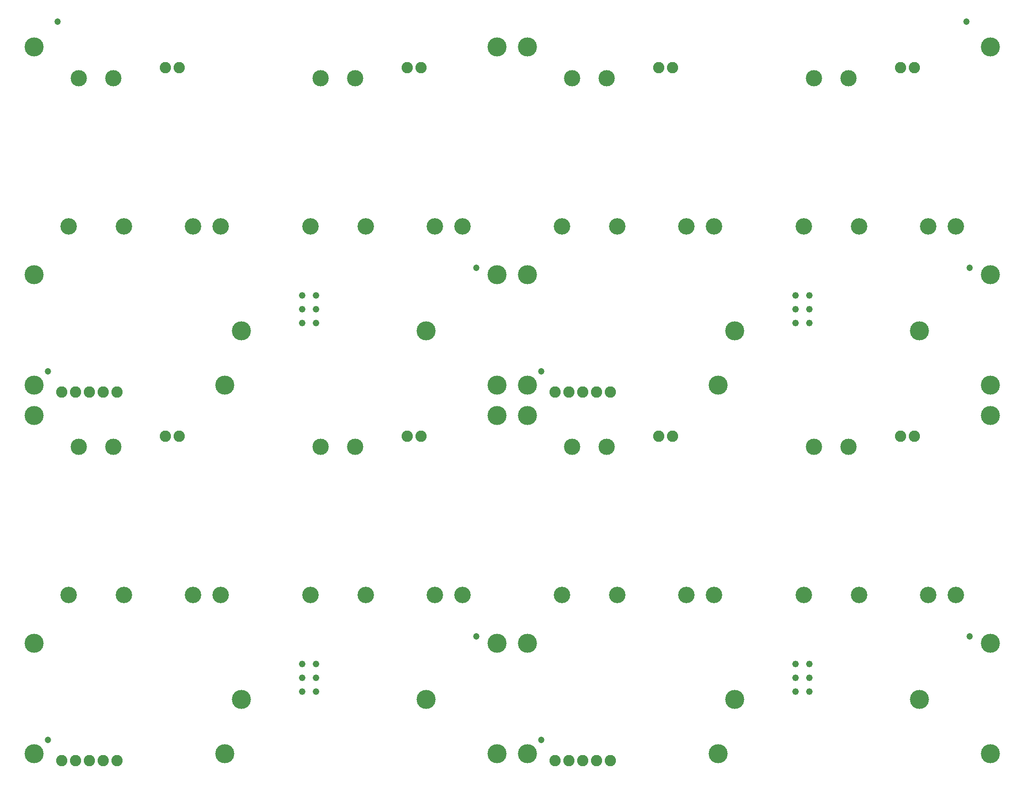
<source format=gbs>
G04 EAGLE Gerber RS-274X export*
G75*
%MOMM*%
%FSLAX34Y34*%
%LPD*%
%INSoldermask Bottom*%
%IPPOS*%
%AMOC8*
5,1,8,0,0,1.08239X$1,22.5*%
G01*
%ADD10C,1.203200*%
%ADD11C,2.082800*%
%ADD12C,1.221313*%
%ADD13C,3.505200*%
%ADD14C,3.022600*%
%ADD15C,3.003200*%


D10*
X838200Y241300D03*
X50800Y50800D03*
D11*
X152400Y12700D03*
X127000Y12700D03*
X101600Y12700D03*
X76200Y12700D03*
D12*
X543550Y139700D03*
X543550Y165100D03*
X543550Y190500D03*
X518150Y139700D03*
X518150Y165100D03*
X518150Y190500D03*
D13*
X876300Y25400D03*
X25400Y228600D03*
X25400Y25400D03*
X876300Y228600D03*
D14*
X368300Y317500D03*
X88900Y317500D03*
X317500Y317500D03*
X190500Y317500D03*
X812800Y317500D03*
X533400Y317500D03*
X762000Y317500D03*
X635000Y317500D03*
D15*
X171450Y590550D03*
X107950Y590550D03*
X615950Y590550D03*
X552450Y590550D03*
D13*
X876300Y647700D03*
X25400Y647700D03*
D11*
X177800Y12700D03*
X292100Y609600D03*
X266700Y609600D03*
X736600Y609600D03*
X711200Y609600D03*
D13*
X746300Y125400D03*
X406300Y125400D03*
X376300Y25400D03*
D10*
X1744980Y241300D03*
X957580Y50800D03*
D11*
X1059180Y12700D03*
X1033780Y12700D03*
X1008380Y12700D03*
X982980Y12700D03*
D12*
X1450330Y139700D03*
X1450330Y165100D03*
X1450330Y190500D03*
X1424930Y139700D03*
X1424930Y165100D03*
X1424930Y190500D03*
D13*
X1783080Y25400D03*
X932180Y228600D03*
X932180Y25400D03*
X1783080Y228600D03*
D14*
X1275080Y317500D03*
X995680Y317500D03*
X1224280Y317500D03*
X1097280Y317500D03*
X1719580Y317500D03*
X1440180Y317500D03*
X1668780Y317500D03*
X1541780Y317500D03*
D15*
X1078230Y590550D03*
X1014730Y590550D03*
X1522730Y590550D03*
X1459230Y590550D03*
D13*
X1783080Y647700D03*
X932180Y647700D03*
D11*
X1084580Y12700D03*
X1198880Y609600D03*
X1173480Y609600D03*
X1643380Y609600D03*
X1617980Y609600D03*
D13*
X1653080Y125400D03*
X1313080Y125400D03*
X1283080Y25400D03*
D10*
X838200Y919480D03*
X50800Y728980D03*
D11*
X152400Y690880D03*
X127000Y690880D03*
X101600Y690880D03*
X76200Y690880D03*
D12*
X543550Y817880D03*
X543550Y843280D03*
X543550Y868680D03*
X518150Y817880D03*
X518150Y843280D03*
X518150Y868680D03*
D13*
X876300Y703580D03*
X25400Y906780D03*
X25400Y703580D03*
X876300Y906780D03*
D14*
X368300Y995680D03*
X88900Y995680D03*
X317500Y995680D03*
X190500Y995680D03*
X812800Y995680D03*
X533400Y995680D03*
X762000Y995680D03*
X635000Y995680D03*
D15*
X171450Y1268730D03*
X107950Y1268730D03*
X615950Y1268730D03*
X552450Y1268730D03*
D13*
X876300Y1325880D03*
X25400Y1325880D03*
D11*
X177800Y690880D03*
X292100Y1287780D03*
X266700Y1287780D03*
X736600Y1287780D03*
X711200Y1287780D03*
D13*
X746300Y803580D03*
X406300Y803580D03*
X376300Y703580D03*
D10*
X1744980Y919480D03*
X957580Y728980D03*
D11*
X1059180Y690880D03*
X1033780Y690880D03*
X1008380Y690880D03*
X982980Y690880D03*
D12*
X1450330Y817880D03*
X1450330Y843280D03*
X1450330Y868680D03*
X1424930Y817880D03*
X1424930Y843280D03*
X1424930Y868680D03*
D13*
X1783080Y703580D03*
X932180Y906780D03*
X932180Y703580D03*
X1783080Y906780D03*
D14*
X1275080Y995680D03*
X995680Y995680D03*
X1224280Y995680D03*
X1097280Y995680D03*
X1719580Y995680D03*
X1440180Y995680D03*
X1668780Y995680D03*
X1541780Y995680D03*
D15*
X1078230Y1268730D03*
X1014730Y1268730D03*
X1522730Y1268730D03*
X1459230Y1268730D03*
D13*
X1783080Y1325880D03*
X932180Y1325880D03*
D11*
X1084580Y690880D03*
X1198880Y1287780D03*
X1173480Y1287780D03*
X1643380Y1287780D03*
X1617980Y1287780D03*
D13*
X1653080Y803580D03*
X1313080Y803580D03*
X1283080Y703580D03*
D10*
X68580Y1372235D03*
X1739265Y1372235D03*
M02*

</source>
